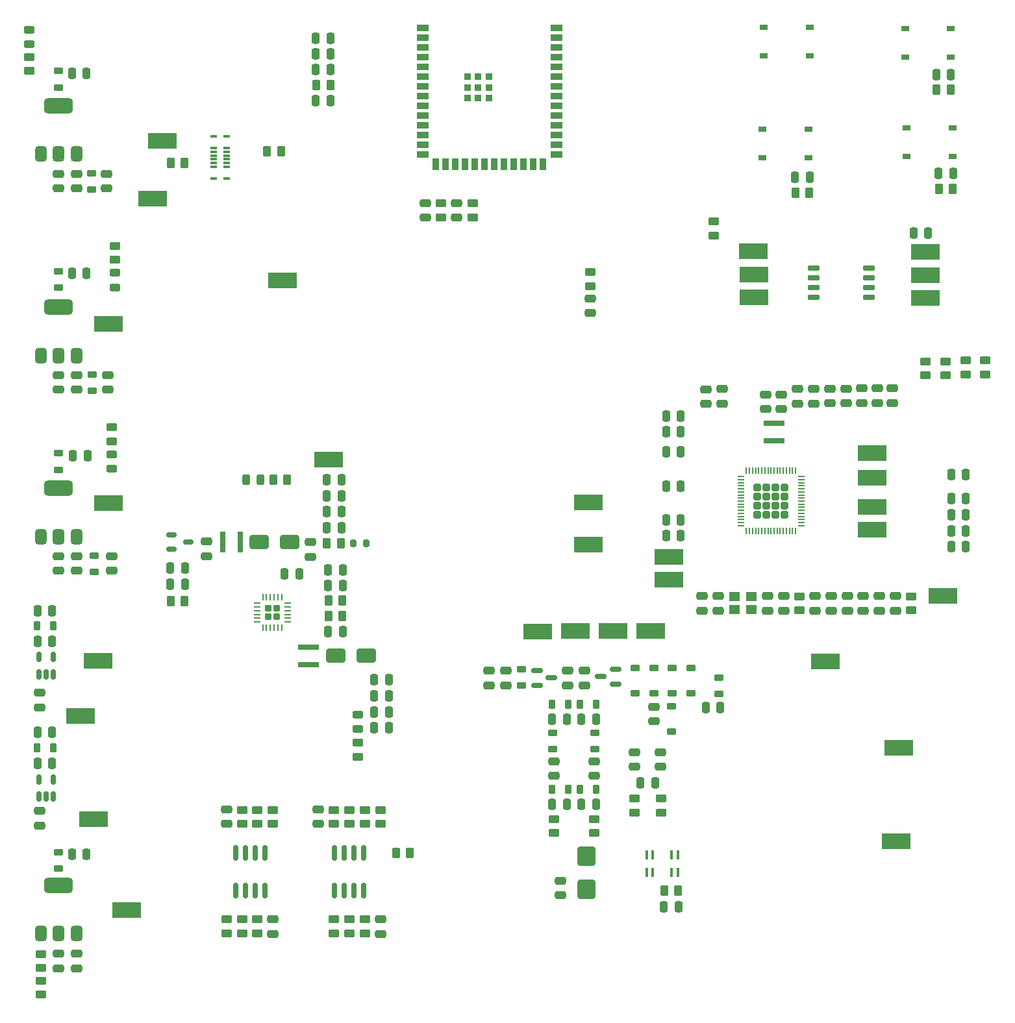
<source format=gbr>
%TF.GenerationSoftware,KiCad,Pcbnew,8.0.3*%
%TF.CreationDate,2024-06-11T07:04:39+05:45*%
%TF.ProjectId,HardwareDesign,48617264-7761-4726-9544-657369676e2e,rev?*%
%TF.SameCoordinates,Original*%
%TF.FileFunction,Paste,Top*%
%TF.FilePolarity,Positive*%
%FSLAX46Y46*%
G04 Gerber Fmt 4.6, Leading zero omitted, Abs format (unit mm)*
G04 Created by KiCad (PCBNEW 8.0.3) date 2024-06-11 07:04:39*
%MOMM*%
%LPD*%
G01*
G04 APERTURE LIST*
G04 Aperture macros list*
%AMRoundRect*
0 Rectangle with rounded corners*
0 $1 Rounding radius*
0 $2 $3 $4 $5 $6 $7 $8 $9 X,Y pos of 4 corners*
0 Add a 4 corners polygon primitive as box body*
4,1,4,$2,$3,$4,$5,$6,$7,$8,$9,$2,$3,0*
0 Add four circle primitives for the rounded corners*
1,1,$1+$1,$2,$3*
1,1,$1+$1,$4,$5*
1,1,$1+$1,$6,$7*
1,1,$1+$1,$8,$9*
0 Add four rect primitives between the rounded corners*
20,1,$1+$1,$2,$3,$4,$5,0*
20,1,$1+$1,$4,$5,$6,$7,0*
20,1,$1+$1,$6,$7,$8,$9,0*
20,1,$1+$1,$8,$9,$2,$3,0*%
%AMFreePoly0*
4,1,25,0.251037,0.433748,0.282717,0.409439,0.409439,0.282717,0.449030,0.214145,0.454242,0.174554,0.454242,-0.174554,0.433748,-0.251037,0.409439,-0.282717,0.282717,-0.409439,0.214145,-0.449030,0.174554,-0.454242,-0.174554,-0.454242,-0.251037,-0.433748,-0.282717,-0.409439,-0.409439,-0.282717,-0.449030,-0.214145,-0.454242,-0.174554,-0.454242,0.174554,-0.433748,0.251037,-0.409439,0.282717,
-0.282717,0.409439,-0.214145,0.449030,-0.174554,0.454242,0.174554,0.454242,0.251037,0.433748,0.251037,0.433748,$1*%
G04 Aperture macros list end*
%ADD10RoundRect,0.243750X0.456250X-0.243750X0.456250X0.243750X-0.456250X0.243750X-0.456250X-0.243750X0*%
%ADD11R,3.800000X2.000000*%
%ADD12RoundRect,0.218750X-0.218750X-0.381250X0.218750X-0.381250X0.218750X0.381250X-0.218750X0.381250X0*%
%ADD13RoundRect,0.250000X0.262500X0.450000X-0.262500X0.450000X-0.262500X-0.450000X0.262500X-0.450000X0*%
%ADD14RoundRect,0.250000X0.250000X0.475000X-0.250000X0.475000X-0.250000X-0.475000X0.250000X-0.475000X0*%
%ADD15RoundRect,0.250000X0.475000X-0.250000X0.475000X0.250000X-0.475000X0.250000X-0.475000X-0.250000X0*%
%ADD16RoundRect,0.250000X-1.000000X-0.650000X1.000000X-0.650000X1.000000X0.650000X-1.000000X0.650000X0*%
%ADD17RoundRect,0.218750X0.381250X-0.218750X0.381250X0.218750X-0.381250X0.218750X-0.381250X-0.218750X0*%
%ADD18RoundRect,0.250000X-0.475000X0.250000X-0.475000X-0.250000X0.475000X-0.250000X0.475000X0.250000X0*%
%ADD19R,0.870000X0.300000*%
%ADD20RoundRect,0.150000X0.150000X-0.512500X0.150000X0.512500X-0.150000X0.512500X-0.150000X-0.512500X0*%
%ADD21RoundRect,0.250000X-0.450000X0.262500X-0.450000X-0.262500X0.450000X-0.262500X0.450000X0.262500X0*%
%ADD22RoundRect,0.225000X0.375000X-0.225000X0.375000X0.225000X-0.375000X0.225000X-0.375000X-0.225000X0*%
%ADD23RoundRect,0.375000X0.375000X-0.625000X0.375000X0.625000X-0.375000X0.625000X-0.375000X-0.625000X0*%
%ADD24RoundRect,0.500000X1.400000X-0.500000X1.400000X0.500000X-1.400000X0.500000X-1.400000X-0.500000X0*%
%ADD25RoundRect,0.150000X-0.150000X0.825000X-0.150000X-0.825000X0.150000X-0.825000X0.150000X0.825000X0*%
%ADD26RoundRect,0.250000X0.450000X-0.262500X0.450000X0.262500X-0.450000X0.262500X-0.450000X-0.262500X0*%
%ADD27RoundRect,0.225000X-0.375000X0.225000X-0.375000X-0.225000X0.375000X-0.225000X0.375000X0.225000X0*%
%ADD28RoundRect,0.250000X-0.250000X-0.475000X0.250000X-0.475000X0.250000X0.475000X-0.250000X0.475000X0*%
%ADD29RoundRect,0.150000X-0.587500X-0.150000X0.587500X-0.150000X0.587500X0.150000X-0.587500X0.150000X0*%
%ADD30RoundRect,0.150000X-0.650000X-0.150000X0.650000X-0.150000X0.650000X0.150000X-0.650000X0.150000X0*%
%ADD31R,1.000000X0.750000*%
%ADD32RoundRect,0.200000X-0.200000X-0.275000X0.200000X-0.275000X0.200000X0.275000X-0.200000X0.275000X0*%
%ADD33R,1.400000X1.200000*%
%ADD34RoundRect,0.250000X-0.262500X-0.450000X0.262500X-0.450000X0.262500X0.450000X-0.262500X0.450000X0*%
%ADD35R,0.800000X2.700000*%
%ADD36RoundRect,0.250000X-0.253488X0.253488X-0.253488X-0.253488X0.253488X-0.253488X0.253488X0.253488X0*%
%ADD37RoundRect,0.050000X-0.050000X0.362500X-0.050000X-0.362500X0.050000X-0.362500X0.050000X0.362500X0*%
%ADD38RoundRect,0.050000X-0.362500X0.050000X-0.362500X-0.050000X0.362500X-0.050000X0.362500X0.050000X0*%
%ADD39RoundRect,0.243750X-0.243750X-0.456250X0.243750X-0.456250X0.243750X0.456250X-0.243750X0.456250X0*%
%ADD40RoundRect,0.243750X-0.456250X0.243750X-0.456250X-0.243750X0.456250X-0.243750X0.456250X0.243750X0*%
%ADD41RoundRect,0.150000X0.587500X0.150000X-0.587500X0.150000X-0.587500X-0.150000X0.587500X-0.150000X0*%
%ADD42RoundRect,0.250000X1.000000X0.650000X-1.000000X0.650000X-1.000000X-0.650000X1.000000X-0.650000X0*%
%ADD43RoundRect,0.218750X-0.381250X0.218750X-0.381250X-0.218750X0.381250X-0.218750X0.381250X0.218750X0*%
%ADD44R,0.900000X0.900000*%
%ADD45R,1.500000X0.900000*%
%ADD46R,0.900000X1.500000*%
%ADD47FreePoly0,0.000000*%
%ADD48RoundRect,0.062500X-0.325000X-0.062500X0.325000X-0.062500X0.325000X0.062500X-0.325000X0.062500X0*%
%ADD49RoundRect,0.062500X-0.062500X-0.325000X0.062500X-0.325000X0.062500X0.325000X-0.062500X0.325000X0*%
%ADD50R,0.450000X1.250000*%
%ADD51RoundRect,0.250000X-0.900000X1.000000X-0.900000X-1.000000X0.900000X-1.000000X0.900000X1.000000X0*%
%ADD52R,2.700000X0.800000*%
%ADD53RoundRect,0.150000X-0.512500X-0.150000X0.512500X-0.150000X0.512500X0.150000X-0.512500X0.150000X0*%
%ADD54RoundRect,0.150000X0.150000X-0.825000X0.150000X0.825000X-0.150000X0.825000X-0.150000X-0.825000X0*%
G04 APERTURE END LIST*
D10*
%TO.C,D12*%
X95980000Y-112975000D03*
X95980000Y-111100000D03*
%TD*%
D11*
%TO.C,TP26*%
X163090000Y-84000000D03*
%TD*%
%TO.C,TP8*%
X62140000Y-104100000D03*
%TD*%
D12*
%TO.C,L6*%
X124977500Y-109700000D03*
X127102500Y-109700000D03*
%TD*%
D13*
%TO.C,R25*%
X86786666Y-80420000D03*
X84961666Y-80420000D03*
%TD*%
D11*
%TO.C,TP23*%
X119450000Y-100290000D03*
%TD*%
D14*
%TO.C,C80*%
X100030000Y-106512500D03*
X98130000Y-106512500D03*
%TD*%
%TO.C,C52*%
X92430000Y-24916000D03*
X90530000Y-24916000D03*
%TD*%
D15*
%TO.C,C8*%
X126810000Y-119084998D03*
X126810000Y-117184998D03*
%TD*%
D16*
%TO.C,D9*%
X93110000Y-103360000D03*
X97110000Y-103360000D03*
%TD*%
D17*
%TO.C,L4*%
X126940000Y-115605832D03*
X126940000Y-113480832D03*
%TD*%
%TO.C,L9*%
X143110000Y-108382500D03*
X143110000Y-106257500D03*
%TD*%
D18*
%TO.C,C67*%
X57000000Y-90400000D03*
X57000000Y-92300000D03*
%TD*%
D19*
%TO.C,J2*%
X78900000Y-35650000D03*
X78900000Y-37150000D03*
X78900000Y-37650000D03*
X78900000Y-38150000D03*
X78900000Y-38650000D03*
X78900000Y-39150000D03*
X78900000Y-39650000D03*
X78900000Y-41150000D03*
X77170000Y-41150000D03*
X77170000Y-39650000D03*
X77170000Y-39150000D03*
X77170000Y-38650000D03*
X77170000Y-38150000D03*
X77170000Y-37650000D03*
X77170000Y-37150000D03*
X77170000Y-35650000D03*
%TD*%
D20*
%TO.C,U8*%
X54425000Y-105837500D03*
X55375000Y-105837500D03*
X56325000Y-105837500D03*
X56325000Y-103562500D03*
X54425000Y-103562500D03*
%TD*%
D14*
%TO.C,C78*%
X100030000Y-110712500D03*
X98130000Y-110712500D03*
%TD*%
D21*
%TO.C,R3*%
X126340000Y-53347500D03*
X126340000Y-55172500D03*
%TD*%
D14*
%TO.C,C55*%
X173602500Y-40450000D03*
X171702500Y-40450000D03*
%TD*%
D18*
%TO.C,C61*%
X63400000Y-66800000D03*
X63400000Y-68700000D03*
%TD*%
D22*
%TO.C,D6*%
X134583333Y-108275000D03*
X134583333Y-104975000D03*
%TD*%
D11*
%TO.C,TP30*%
X172300000Y-95600000D03*
%TD*%
D21*
%TO.C,R1*%
X121540000Y-124687500D03*
X121540000Y-126512500D03*
%TD*%
D13*
%TO.C,R17*%
X173295000Y-29585000D03*
X171470000Y-29585000D03*
%TD*%
D11*
%TO.C,TP40*%
X170030000Y-56760000D03*
%TD*%
D17*
%TO.C,L3*%
X121440000Y-115605832D03*
X121440000Y-113480832D03*
%TD*%
D12*
%TO.C,L5*%
X121277500Y-109700000D03*
X123402500Y-109700000D03*
%TD*%
D18*
%TO.C,C48*%
X157715831Y-95600000D03*
X157715831Y-97500000D03*
%TD*%
D23*
%TO.C,U3*%
X54700000Y-37950000D03*
X57000000Y-37950000D03*
D24*
X57000000Y-31650000D03*
D23*
X59300000Y-37950000D03*
%TD*%
D25*
%TO.C,U6*%
X96755000Y-129085000D03*
X95485000Y-129085000D03*
X94215000Y-129085000D03*
X92945000Y-129085000D03*
X92945000Y-134035000D03*
X94215000Y-134035000D03*
X95485000Y-134035000D03*
X96755000Y-134035000D03*
%TD*%
D11*
%TO.C,TP35*%
X156950000Y-104170000D03*
%TD*%
D26*
%TO.C,R9*%
X135500000Y-123852500D03*
X135500000Y-122027500D03*
%TD*%
D18*
%TO.C,C47*%
X149412499Y-95600000D03*
X149412499Y-97500000D03*
%TD*%
D11*
%TO.C,TP2*%
X166540000Y-115370000D03*
%TD*%
D18*
%TO.C,C70*%
X90800000Y-123450000D03*
X90800000Y-125350000D03*
%TD*%
D14*
%TO.C,C77*%
X100030000Y-112812500D03*
X98130000Y-112812500D03*
%TD*%
%TO.C,C54*%
X154902500Y-40980000D03*
X153002500Y-40980000D03*
%TD*%
D27*
%TO.C,D5*%
X139410000Y-105020000D03*
X139410000Y-108320000D03*
%TD*%
D28*
%TO.C,C49*%
X168480000Y-48260000D03*
X170380000Y-48260000D03*
%TD*%
%TO.C,C30*%
X173360000Y-85000000D03*
X175260000Y-85000000D03*
%TD*%
D11*
%TO.C,TP43*%
X170030000Y-50760000D03*
%TD*%
D18*
%TO.C,C57*%
X63200000Y-40550000D03*
X63200000Y-42450000D03*
%TD*%
D29*
%TO.C,D2*%
X119352498Y-105350000D03*
X119352498Y-107250000D03*
X121227498Y-106300000D03*
%TD*%
D18*
%TO.C,C44*%
X155624998Y-95600000D03*
X155624998Y-97500000D03*
%TD*%
D11*
%TO.C,TP10*%
X65840000Y-136580000D03*
%TD*%
D18*
%TO.C,C14*%
X126340000Y-56810000D03*
X126340000Y-58710000D03*
%TD*%
D30*
%TO.C,U1*%
X155430000Y-52855000D03*
X155430000Y-54125000D03*
X155430000Y-55395000D03*
X155430000Y-56665000D03*
X162630000Y-56665000D03*
X162630000Y-55395000D03*
X162630000Y-54125000D03*
X162630000Y-52855000D03*
%TD*%
D11*
%TO.C,TP36*%
X136540000Y-93440000D03*
%TD*%
%TO.C,TP16*%
X126030000Y-83370000D03*
%TD*%
D21*
%TO.C,R38*%
X92872500Y-137787500D03*
X92872500Y-139612500D03*
%TD*%
D14*
%TO.C,C28*%
X138110000Y-81270000D03*
X136210000Y-81270000D03*
%TD*%
D26*
%TO.C,R45*%
X84900000Y-125332500D03*
X84900000Y-123507500D03*
%TD*%
D21*
%TO.C,R30*%
X54700000Y-142287500D03*
X54700000Y-144112500D03*
%TD*%
D11*
%TO.C,TP3*%
X166160000Y-127580000D03*
%TD*%
D26*
%TO.C,R10*%
X168140000Y-97482500D03*
X168140000Y-95657500D03*
%TD*%
D15*
%TO.C,C13*%
X149160000Y-71230000D03*
X149160000Y-69330000D03*
%TD*%
D28*
%TO.C,C64*%
X58750000Y-53530000D03*
X60650000Y-53530000D03*
%TD*%
D10*
%TO.C,D15*%
X63900000Y-79037500D03*
X63900000Y-77162500D03*
%TD*%
D14*
%TO.C,C91*%
X56150000Y-97500000D03*
X54250000Y-97500000D03*
%TD*%
D18*
%TO.C,C59*%
X57000000Y-40550000D03*
X57000000Y-42450000D03*
%TD*%
D14*
%TO.C,C33*%
X138110000Y-85660000D03*
X136210000Y-85660000D03*
%TD*%
D28*
%TO.C,C95*%
X58750000Y-129330000D03*
X60650000Y-129330000D03*
%TD*%
D31*
%TO.C,S3*%
X167580000Y-34555000D03*
X173580000Y-34555000D03*
X167580000Y-38305000D03*
X173580000Y-38305000D03*
%TD*%
D32*
%TO.C,R22*%
X95435000Y-88760000D03*
X97085000Y-88760000D03*
%TD*%
D15*
%TO.C,C5*%
X159630000Y-70460000D03*
X159630000Y-68560000D03*
%TD*%
D26*
%TO.C,R6*%
X175210000Y-66682500D03*
X175210000Y-64857500D03*
%TD*%
D28*
%TO.C,C84*%
X91957500Y-80450000D03*
X93857500Y-80450000D03*
%TD*%
D23*
%TO.C,U10*%
X54700000Y-139650000D03*
X57000000Y-139650000D03*
D24*
X57000000Y-133350000D03*
D23*
X59300000Y-139650000D03*
%TD*%
D28*
%TO.C,C29*%
X173360000Y-82920000D03*
X175260000Y-82920000D03*
%TD*%
D18*
%TO.C,C83*%
X89800000Y-88600000D03*
X89800000Y-90500000D03*
%TD*%
D33*
%TO.C,Y1*%
X145101666Y-97400000D03*
X147301666Y-97400000D03*
X147301666Y-95700000D03*
X145101666Y-95700000D03*
%TD*%
D15*
%TO.C,C2*%
X161680000Y-70440000D03*
X161680000Y-68540000D03*
%TD*%
D18*
%TO.C,C39*%
X166079163Y-95600000D03*
X166079163Y-97500000D03*
%TD*%
D28*
%TO.C,C68*%
X58850000Y-77292500D03*
X60750000Y-77292500D03*
%TD*%
D34*
%TO.C,R13*%
X90587500Y-28978000D03*
X92412500Y-28978000D03*
%TD*%
D15*
%TO.C,C32*%
X135470000Y-117860000D03*
X135470000Y-115960000D03*
%TD*%
D18*
%TO.C,C45*%
X159806664Y-95600000D03*
X159806664Y-97500000D03*
%TD*%
D21*
%TO.C,R31*%
X54700000Y-145787500D03*
X54700000Y-147612500D03*
%TD*%
D15*
%TO.C,C1*%
X163700000Y-70420000D03*
X163700000Y-68520000D03*
%TD*%
D26*
%TO.C,R11*%
X142430000Y-48572500D03*
X142430000Y-46747500D03*
%TD*%
D21*
%TO.C,R12*%
X153564165Y-95657500D03*
X153564165Y-97482500D03*
%TD*%
D15*
%TO.C,C98*%
X122380000Y-134640000D03*
X122380000Y-132740000D03*
%TD*%
%TO.C,C6*%
X157560000Y-70480000D03*
X157560000Y-68580000D03*
%TD*%
D31*
%TO.C,S4*%
X167340000Y-21560000D03*
X173340000Y-21560000D03*
X167340000Y-25310000D03*
X173340000Y-25310000D03*
%TD*%
D27*
%TO.C,D8*%
X136860000Y-109982500D03*
X136860000Y-113282500D03*
%TD*%
D11*
%TO.C,TP11*%
X92230000Y-77780000D03*
%TD*%
D15*
%TO.C,C36*%
X134620000Y-111940000D03*
X134620000Y-110040000D03*
%TD*%
D26*
%TO.C,R8*%
X132080000Y-123852500D03*
X132080000Y-122027500D03*
%TD*%
D14*
%TO.C,C35*%
X138110000Y-87700000D03*
X136210000Y-87700000D03*
%TD*%
D15*
%TO.C,C20*%
X125543330Y-107250000D03*
X125543330Y-105350000D03*
%TD*%
D18*
%TO.C,C72*%
X59300000Y-142270000D03*
X59300000Y-144170000D03*
%TD*%
D11*
%TO.C,TP20*%
X126050000Y-88910000D03*
%TD*%
D21*
%TO.C,R40*%
X96937500Y-137787500D03*
X96937500Y-139612500D03*
%TD*%
D15*
%TO.C,C16*%
X143480000Y-70510000D03*
X143480000Y-68610000D03*
%TD*%
D22*
%TO.C,D7*%
X136996666Y-108275000D03*
X136996666Y-104975000D03*
%TD*%
D26*
%TO.C,R33*%
X96957500Y-125332500D03*
X96957500Y-123507500D03*
%TD*%
D11*
%TO.C,TP27*%
X163090000Y-86950000D03*
%TD*%
D23*
%TO.C,U5*%
X54700000Y-87850000D03*
X57000000Y-87850000D03*
D24*
X57000000Y-81550000D03*
D23*
X59300000Y-87850000D03*
%TD*%
D34*
%TO.C,R14*%
X153040000Y-42980000D03*
X154865000Y-42980000D03*
%TD*%
D18*
%TO.C,C41*%
X151503332Y-95600000D03*
X151503332Y-97500000D03*
%TD*%
D15*
%TO.C,C17*%
X141400000Y-70540000D03*
X141400000Y-68640000D03*
%TD*%
D21*
%TO.C,R46*%
X80920000Y-123507500D03*
X80920000Y-125332500D03*
%TD*%
D34*
%TO.C,R20*%
X92155000Y-98212500D03*
X93980000Y-98212500D03*
%TD*%
D28*
%TO.C,C76*%
X92130000Y-92172500D03*
X94030000Y-92172500D03*
%TD*%
D26*
%TO.C,R26*%
X95980000Y-116550000D03*
X95980000Y-114725000D03*
%TD*%
D28*
%TO.C,C3*%
X121340000Y-122798330D03*
X123240000Y-122798330D03*
%TD*%
D11*
%TO.C,TP1*%
X86180000Y-54480000D03*
%TD*%
%TO.C,TP5*%
X70510000Y-36280000D03*
%TD*%
D18*
%TO.C,C19*%
X113140000Y-105350000D03*
X113140000Y-107250000D03*
%TD*%
D35*
%TO.C,L19*%
X78350000Y-88550000D03*
X80650000Y-88550000D03*
%TD*%
D11*
%TO.C,TP42*%
X147630000Y-56660000D03*
%TD*%
D20*
%TO.C,U9*%
X54425000Y-121787500D03*
X55375000Y-121787500D03*
X56325000Y-121787500D03*
X56325000Y-119512500D03*
X54425000Y-119512500D03*
%TD*%
D18*
%TO.C,C43*%
X163988330Y-95600000D03*
X163988330Y-97500000D03*
%TD*%
D14*
%TO.C,C50*%
X92430000Y-30994000D03*
X90530000Y-30994000D03*
%TD*%
D18*
%TO.C,C40*%
X140900000Y-95600000D03*
X140900000Y-97500000D03*
%TD*%
D21*
%TO.C,R15*%
X106840000Y-44377500D03*
X106840000Y-46202500D03*
%TD*%
D28*
%TO.C,C87*%
X91957500Y-86697500D03*
X93857500Y-86697500D03*
%TD*%
%TO.C,C85*%
X91957500Y-82532500D03*
X93857500Y-82532500D03*
%TD*%
D21*
%TO.C,R42*%
X82900000Y-137787500D03*
X82900000Y-139612500D03*
%TD*%
D34*
%TO.C,R37*%
X135930000Y-134030000D03*
X137755000Y-134030000D03*
%TD*%
D18*
%TO.C,C58*%
X59300000Y-40550000D03*
X59300000Y-42450000D03*
%TD*%
D28*
%TO.C,C82*%
X92137500Y-94212500D03*
X94037500Y-94212500D03*
%TD*%
D13*
%TO.C,R36*%
X102812500Y-129085000D03*
X100987500Y-129085000D03*
%TD*%
D18*
%TO.C,C96*%
X57000000Y-142270000D03*
X57000000Y-144170000D03*
%TD*%
D28*
%TO.C,C86*%
X91957500Y-84615000D03*
X93857500Y-84615000D03*
%TD*%
D10*
%TO.C,D14*%
X64300000Y-55337500D03*
X64300000Y-53462500D03*
%TD*%
D15*
%TO.C,C9*%
X155440000Y-70500000D03*
X155440000Y-68600000D03*
%TD*%
D26*
%TO.C,R44*%
X82910000Y-125332500D03*
X82910000Y-123507500D03*
%TD*%
D17*
%TO.C,L13*%
X57000000Y-55362500D03*
X57000000Y-53237500D03*
%TD*%
D26*
%TO.C,R7*%
X177810000Y-66682500D03*
X177810000Y-64857500D03*
%TD*%
D17*
%TO.C,L7*%
X117323332Y-107312500D03*
X117323332Y-105187500D03*
%TD*%
D36*
%TO.C,D3*%
X151632500Y-81467500D03*
X150457500Y-81467500D03*
X149282500Y-81467500D03*
X148107500Y-81467500D03*
X151632500Y-82642500D03*
X150457500Y-82642500D03*
X149282500Y-82642500D03*
X148107500Y-82642500D03*
X151632500Y-83817500D03*
X150457500Y-83817500D03*
X149282500Y-83817500D03*
X148107500Y-83817500D03*
X151632500Y-84992500D03*
X150457500Y-84992500D03*
X149282500Y-84992500D03*
X148107500Y-84992500D03*
D37*
X153070000Y-79292500D03*
X152670000Y-79292500D03*
X152270000Y-79292500D03*
X151870000Y-79292500D03*
X151470000Y-79292500D03*
X151070000Y-79292500D03*
X150670000Y-79292500D03*
X150270000Y-79292500D03*
X149870000Y-79292500D03*
X149470000Y-79292500D03*
X149070000Y-79292500D03*
X148670000Y-79292500D03*
X148270000Y-79292500D03*
X147870000Y-79292500D03*
X147470000Y-79292500D03*
X147070000Y-79292500D03*
X146670000Y-79292500D03*
D38*
X145932500Y-80030000D03*
X145932500Y-80430000D03*
X145932500Y-80830000D03*
X145932500Y-81230000D03*
X145932500Y-81630000D03*
X145932500Y-82030000D03*
X145932500Y-82430000D03*
X145932500Y-82830000D03*
X145932500Y-83230000D03*
X145932500Y-83630000D03*
X145932500Y-84030000D03*
X145932500Y-84430000D03*
X145932500Y-84830000D03*
X145932500Y-85230000D03*
X145932500Y-85630000D03*
X145932500Y-86030000D03*
X145932500Y-86430000D03*
D37*
X146670000Y-87167500D03*
X147070000Y-87167500D03*
X147470000Y-87167500D03*
X147870000Y-87167500D03*
X148270000Y-87167500D03*
X148670000Y-87167500D03*
X149070000Y-87167500D03*
X149470000Y-87167500D03*
X149870000Y-87167500D03*
X150270000Y-87167500D03*
X150670000Y-87167500D03*
X151070000Y-87167500D03*
X151470000Y-87167500D03*
X151870000Y-87167500D03*
X152270000Y-87167500D03*
X152670000Y-87167500D03*
X153070000Y-87167500D03*
D38*
X153807500Y-86430000D03*
X153807500Y-86030000D03*
X153807500Y-85630000D03*
X153807500Y-85230000D03*
X153807500Y-84830000D03*
X153807500Y-84430000D03*
X153807500Y-84030000D03*
X153807500Y-83630000D03*
X153807500Y-83230000D03*
X153807500Y-82830000D03*
X153807500Y-82430000D03*
X153807500Y-82030000D03*
X153807500Y-81630000D03*
X153807500Y-81230000D03*
X153807500Y-80830000D03*
X153807500Y-80430000D03*
X153807500Y-80030000D03*
%TD*%
D18*
%TO.C,C88*%
X76300000Y-88500000D03*
X76300000Y-90400000D03*
%TD*%
D12*
%TO.C,L1*%
X121277500Y-120826664D03*
X123402500Y-120826664D03*
%TD*%
D11*
%TO.C,TP29*%
X136530000Y-90480000D03*
%TD*%
D28*
%TO.C,C27*%
X132840000Y-119935000D03*
X134740000Y-119935000D03*
%TD*%
D18*
%TO.C,C66*%
X59300000Y-90400000D03*
X59300000Y-92300000D03*
%TD*%
D15*
%TO.C,C99*%
X78900000Y-125350000D03*
X78900000Y-123450000D03*
%TD*%
D28*
%TO.C,C4*%
X125140000Y-122798330D03*
X127040000Y-122798330D03*
%TD*%
D39*
%TO.C,D11*%
X81400000Y-80465000D03*
X83275000Y-80465000D03*
%TD*%
D15*
%TO.C,C18*%
X123386664Y-107250000D03*
X123386664Y-105350000D03*
%TD*%
D40*
%TO.C,D13*%
X53200000Y-21762500D03*
X53200000Y-23637500D03*
%TD*%
D23*
%TO.C,U4*%
X54700000Y-64250000D03*
X57000000Y-64250000D03*
D24*
X57000000Y-57950000D03*
D23*
X59300000Y-64250000D03*
%TD*%
D26*
%TO.C,R27*%
X53200000Y-27112500D03*
X53200000Y-25287500D03*
%TD*%
D11*
%TO.C,TP19*%
X163090000Y-80180000D03*
%TD*%
D17*
%TO.C,L15*%
X57000000Y-79125000D03*
X57000000Y-77000000D03*
%TD*%
D18*
%TO.C,C65*%
X63900000Y-90400000D03*
X63900000Y-92300000D03*
%TD*%
D21*
%TO.C,R29*%
X63900000Y-73580000D03*
X63900000Y-75405000D03*
%TD*%
D28*
%TO.C,C97*%
X135890000Y-136180000D03*
X137790000Y-136180000D03*
%TD*%
D11*
%TO.C,TP7*%
X63490000Y-83500000D03*
%TD*%
D21*
%TO.C,R32*%
X94915000Y-123507500D03*
X94915000Y-125332500D03*
%TD*%
D26*
%TO.C,R4*%
X170010000Y-66832500D03*
X170010000Y-65007500D03*
%TD*%
D41*
%TO.C,D1*%
X129577500Y-107075000D03*
X129577500Y-105175000D03*
X127702500Y-106125000D03*
%TD*%
D18*
%TO.C,C22*%
X115296666Y-105350000D03*
X115296666Y-107250000D03*
%TD*%
%TO.C,C46*%
X161897497Y-95600000D03*
X161897497Y-97500000D03*
%TD*%
D13*
%TO.C,R18*%
X86012500Y-37600000D03*
X84187500Y-37600000D03*
%TD*%
D26*
%TO.C,R5*%
X172610000Y-66832500D03*
X172610000Y-65007500D03*
%TD*%
D11*
%TO.C,TP41*%
X147630000Y-53660000D03*
%TD*%
%TO.C,TP6*%
X63470000Y-60100000D03*
%TD*%
D14*
%TO.C,C21*%
X138110000Y-72120000D03*
X136210000Y-72120000D03*
%TD*%
%TO.C,C94*%
X56150000Y-113400000D03*
X54250000Y-113400000D03*
%TD*%
D42*
%TO.C,D10*%
X87100000Y-88550000D03*
X83100000Y-88550000D03*
%TD*%
D43*
%TO.C,L17*%
X57000000Y-129037500D03*
X57000000Y-131162500D03*
%TD*%
D26*
%TO.C,R41*%
X78900000Y-139612500D03*
X78900000Y-137787500D03*
%TD*%
%TO.C,R43*%
X80900000Y-139612500D03*
X80900000Y-137787500D03*
%TD*%
D34*
%TO.C,R21*%
X92155000Y-96212500D03*
X93980000Y-96212500D03*
%TD*%
D11*
%TO.C,TP9*%
X59830000Y-111290000D03*
%TD*%
%TO.C,TP24*%
X124350000Y-100190000D03*
%TD*%
%TO.C,TP38*%
X147580000Y-50660000D03*
%TD*%
D34*
%TO.C,R24*%
X71600000Y-96250000D03*
X73425000Y-96250000D03*
%TD*%
D14*
%TO.C,C79*%
X100030000Y-108612500D03*
X98130000Y-108612500D03*
%TD*%
D31*
%TO.C,S1*%
X148900000Y-21400000D03*
X154900000Y-21400000D03*
X148900000Y-25150000D03*
X154900000Y-25150000D03*
%TD*%
D28*
%TO.C,C93*%
X54250000Y-117433332D03*
X56150000Y-117433332D03*
%TD*%
D44*
%TO.C,U2*%
X110280000Y-27860000D03*
X110280000Y-29260000D03*
X110280000Y-30660000D03*
X111680000Y-27860000D03*
X111680000Y-29260000D03*
X111680000Y-30660000D03*
X113080000Y-27860000D03*
X113080000Y-29260000D03*
X113080000Y-30660000D03*
D45*
X104430000Y-21540000D03*
X104430000Y-22810000D03*
X104430000Y-24080000D03*
X104430000Y-25350000D03*
X104430000Y-26620000D03*
X104430000Y-27890000D03*
X104430000Y-29160000D03*
X104430000Y-30430000D03*
X104430000Y-31700000D03*
X104430000Y-32970000D03*
X104430000Y-34240000D03*
X104430000Y-35510000D03*
X104430000Y-36780000D03*
X104430000Y-38050000D03*
D46*
X106195000Y-39300000D03*
X107465000Y-39300000D03*
X108735000Y-39300000D03*
X110005000Y-39300000D03*
X111275000Y-39300000D03*
X112545000Y-39300000D03*
X113815000Y-39300000D03*
X115085000Y-39300000D03*
X116355000Y-39300000D03*
X117625000Y-39300000D03*
X118895000Y-39300000D03*
X120165000Y-39300000D03*
D45*
X121930000Y-38050000D03*
X121930000Y-36780000D03*
X121930000Y-35510000D03*
X121930000Y-34240000D03*
X121930000Y-32970000D03*
X121930000Y-31700000D03*
X121930000Y-30430000D03*
X121930000Y-29160000D03*
X121930000Y-27890000D03*
X121930000Y-26620000D03*
X121930000Y-25350000D03*
X121930000Y-24080000D03*
X121930000Y-22810000D03*
X121930000Y-21540000D03*
%TD*%
D17*
%TO.C,L10*%
X61250000Y-42612500D03*
X61250000Y-40487500D03*
%TD*%
D11*
%TO.C,TP4*%
X61500000Y-124710000D03*
%TD*%
D47*
%TO.C,U7*%
X84290000Y-97202500D03*
X84290000Y-98322500D03*
X85410000Y-97202500D03*
X85410000Y-98322500D03*
D48*
X82862500Y-96512500D03*
X82862500Y-97012500D03*
X82862500Y-97512500D03*
X82862500Y-98012500D03*
X82862500Y-98512500D03*
X82862500Y-99012500D03*
D49*
X83600000Y-99750000D03*
X84100000Y-99750000D03*
X84600000Y-99750000D03*
X85100000Y-99750000D03*
X85600000Y-99750000D03*
X86100000Y-99750000D03*
D48*
X86837500Y-99012500D03*
X86837500Y-98512500D03*
X86837500Y-98012500D03*
X86837500Y-97512500D03*
X86837500Y-97012500D03*
X86837500Y-96512500D03*
D49*
X86100000Y-95775000D03*
X85600000Y-95775000D03*
X85100000Y-95775000D03*
X84600000Y-95775000D03*
X84100000Y-95775000D03*
X83600000Y-95775000D03*
%TD*%
D50*
%TO.C,T1*%
X137725000Y-131650000D03*
X136925000Y-131650000D03*
X136925000Y-129350000D03*
X137725000Y-129350000D03*
X133675000Y-129350000D03*
X134475000Y-129350000D03*
X134475000Y-131650000D03*
X133675000Y-131650000D03*
%TD*%
D28*
%TO.C,C10*%
X121340000Y-111671666D03*
X123240000Y-111671666D03*
%TD*%
D14*
%TO.C,C25*%
X138120000Y-76770000D03*
X136220000Y-76770000D03*
%TD*%
D11*
%TO.C,TP28*%
X134150000Y-100190000D03*
%TD*%
D28*
%TO.C,C90*%
X54250000Y-101500000D03*
X56150000Y-101500000D03*
%TD*%
D11*
%TO.C,TP25*%
X129250000Y-100190000D03*
%TD*%
D27*
%TO.C,D4*%
X132170000Y-105020000D03*
X132170000Y-108320000D03*
%TD*%
D21*
%TO.C,R39*%
X94905000Y-137787500D03*
X94905000Y-139612500D03*
%TD*%
D28*
%TO.C,C11*%
X125140000Y-111671666D03*
X127040000Y-111671666D03*
%TD*%
%TO.C,C74*%
X71562500Y-94050000D03*
X73462500Y-94050000D03*
%TD*%
D18*
%TO.C,C69*%
X99000000Y-137770000D03*
X99000000Y-139670000D03*
%TD*%
D11*
%TO.C,TP13*%
X163090000Y-77000000D03*
%TD*%
D17*
%TO.C,L11*%
X57000000Y-29262500D03*
X57000000Y-27137500D03*
%TD*%
D51*
%TO.C,D16*%
X125780000Y-129540000D03*
X125780000Y-133840000D03*
%TD*%
D18*
%TO.C,C101*%
X104820000Y-44350000D03*
X104820000Y-46250000D03*
%TD*%
D11*
%TO.C,TP39*%
X170030000Y-53760000D03*
%TD*%
D15*
%TO.C,C24*%
X165720000Y-70420000D03*
X165720000Y-68520000D03*
%TD*%
%TO.C,C7*%
X121570000Y-119084998D03*
X121570000Y-117184998D03*
%TD*%
D12*
%TO.C,L20*%
X54187500Y-99500000D03*
X56312500Y-99500000D03*
%TD*%
D17*
%TO.C,L14*%
X61600000Y-92462500D03*
X61600000Y-90337500D03*
%TD*%
D28*
%TO.C,C81*%
X92137500Y-100212500D03*
X94037500Y-100212500D03*
%TD*%
D12*
%TO.C,L21*%
X54187500Y-115416666D03*
X56312500Y-115416666D03*
%TD*%
D18*
%TO.C,C89*%
X54480000Y-108250000D03*
X54480000Y-110150000D03*
%TD*%
D52*
%TO.C,L18*%
X89540000Y-102300000D03*
X89540000Y-104600000D03*
%TD*%
D15*
%TO.C,C31*%
X132110000Y-117860000D03*
X132110000Y-115960000D03*
%TD*%
D17*
%TO.C,L12*%
X61350000Y-68862500D03*
X61350000Y-66737500D03*
%TD*%
D26*
%TO.C,R34*%
X99000000Y-125332500D03*
X99000000Y-123507500D03*
%TD*%
D34*
%TO.C,R23*%
X91975000Y-88750000D03*
X93800000Y-88750000D03*
%TD*%
D18*
%TO.C,C42*%
X142990833Y-95600000D03*
X142990833Y-97500000D03*
%TD*%
%TO.C,C92*%
X54480000Y-123650000D03*
X54480000Y-125550000D03*
%TD*%
D52*
%TO.C,L8*%
X150250000Y-73070000D03*
X150250000Y-75370000D03*
%TD*%
D12*
%TO.C,L2*%
X124977500Y-120826664D03*
X127102500Y-120826664D03*
%TD*%
D13*
%TO.C,R16*%
X173565000Y-42480000D03*
X171740000Y-42480000D03*
%TD*%
D14*
%TO.C,C53*%
X92430000Y-26962000D03*
X90530000Y-26962000D03*
%TD*%
D53*
%TO.C,Q1*%
X71662500Y-87600000D03*
X71662500Y-89500000D03*
X73937500Y-88550000D03*
%TD*%
D15*
%TO.C,C15*%
X151220000Y-71250000D03*
X151220000Y-69350000D03*
%TD*%
D28*
%TO.C,C34*%
X173360000Y-87100000D03*
X175260000Y-87100000D03*
%TD*%
D15*
%TO.C,C100*%
X84930000Y-139670000D03*
X84930000Y-137770000D03*
%TD*%
D14*
%TO.C,C51*%
X92430000Y-22870000D03*
X90530000Y-22870000D03*
%TD*%
D28*
%TO.C,C75*%
X86450000Y-92750000D03*
X88350000Y-92750000D03*
%TD*%
D26*
%TO.C,R2*%
X126840000Y-126512500D03*
X126840000Y-124687500D03*
%TD*%
D28*
%TO.C,C60*%
X58750000Y-27430000D03*
X60650000Y-27430000D03*
%TD*%
D11*
%TO.C,TP12*%
X69260000Y-43770000D03*
%TD*%
D14*
%TO.C,C23*%
X138110000Y-74150000D03*
X136210000Y-74150000D03*
%TD*%
D18*
%TO.C,C102*%
X108850000Y-44360000D03*
X108850000Y-46260000D03*
%TD*%
D14*
%TO.C,C56*%
X173332500Y-27565000D03*
X171432500Y-27565000D03*
%TD*%
D21*
%TO.C,R28*%
X64300000Y-49917500D03*
X64300000Y-51742500D03*
%TD*%
D18*
%TO.C,C63*%
X57000000Y-66800000D03*
X57000000Y-68700000D03*
%TD*%
D34*
%TO.C,R19*%
X71587500Y-39100000D03*
X73412500Y-39100000D03*
%TD*%
D28*
%TO.C,C26*%
X173360000Y-79730000D03*
X175260000Y-79730000D03*
%TD*%
D21*
%TO.C,R35*%
X92872500Y-123507500D03*
X92872500Y-125332500D03*
%TD*%
D28*
%TO.C,C38*%
X141350000Y-110120000D03*
X143250000Y-110120000D03*
%TD*%
D15*
%TO.C,C12*%
X153360000Y-70500000D03*
X153360000Y-68600000D03*
%TD*%
D28*
%TO.C,C73*%
X71562500Y-91950000D03*
X73462500Y-91950000D03*
%TD*%
%TO.C,C37*%
X173360000Y-89150000D03*
X175260000Y-89150000D03*
%TD*%
D21*
%TO.C,R47*%
X110950000Y-44397500D03*
X110950000Y-46222500D03*
%TD*%
D54*
%TO.C,U11*%
X80060000Y-134035000D03*
X81330000Y-134035000D03*
X82600000Y-134035000D03*
X83870000Y-134035000D03*
X83870000Y-129085000D03*
X82600000Y-129085000D03*
X81330000Y-129085000D03*
X80060000Y-129085000D03*
%TD*%
D31*
%TO.C,S2*%
X148752500Y-34705000D03*
X154752500Y-34705000D03*
X148752500Y-38455000D03*
X154752500Y-38455000D03*
%TD*%
D18*
%TO.C,C62*%
X59300000Y-66800000D03*
X59300000Y-68700000D03*
%TD*%
M02*

</source>
